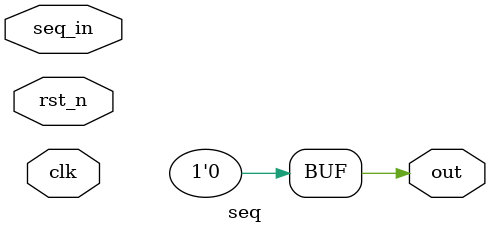
<source format=v>
module seq #(
     parameter STATE_WIDTH=2
	 )(
       input clk,
	   input rst_n,
	   input seq_in,
	   output reg out
	   );
	   
parameter IDLE = 4'b0000,
          S1 = 4'b0001,
		  S2 = 4'b0010,
		  S3 = 4'b0011,
		  S4 = 4'b0100,
		  S5 = 4'b0101,
		  S6 = 4'b0110,
		  S7 = 4'b0111,
		  S8 = 4'b1000,
		  S9 = 4'b1001;
		  
 reg [STATE_WIDTH-1:0]state,next_state;
 
 always@(posedge clk or negedge rst_n)
       if(!rst_n)
	      state<=IDLE;
	   else 
          state<=next_state;

always@(*)
     case(state)	
         IDLE: if(seq_in)
		         next_state=S1;
			   else
			     next_state=IDLE;
		 S1:   if(seq_in)
                 next_state=S1;
               else
                 next_state=S2;
         S2:   if(seq_in)
                 next_state=S3;
               else
                 next_state=IDLE;
		 S3:   if(seq_in)
                 next_state=S1;
               else
                 next_state=S4;
         S4:   if(seq_in)
                 next_state=S5;
               else
                 next_state=IDLE;
		 S5:   if(seq_in)
                 next_state=S6;
               else
                 next_state=S4;
         S6:   if(seq_in)
                 next_state=S1;
               else
                 next_state=S7;	
		 S7:   if(seq_in)
                 next_state=S8;
               else
                 next_state=IDLE;
         S8:   if(seq_in)
                 next_state=S9;
               else
                 next_state=S4;	
         S9:   if(seq_in)
                 next_state=S1;
               else
                 next_state=S2;	
        default: next_state=IDLE;				 
          				 
	 endcase	 
 
  always@(*)
         if(state==S9)
		    out=1;
		 else
            out=0;		 
        	

endmodule
</source>
